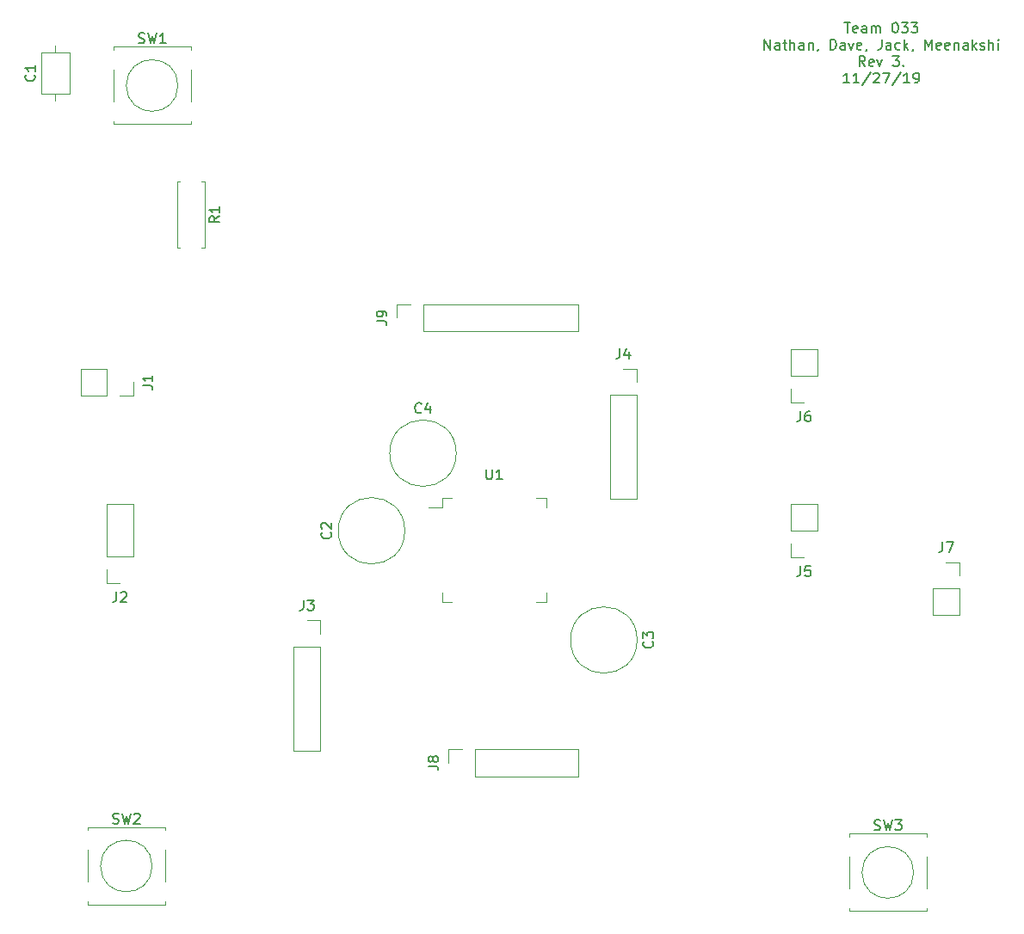
<source format=gto>
G04 #@! TF.GenerationSoftware,KiCad,Pcbnew,5.1.5-52549c5~84~ubuntu18.04.1*
G04 #@! TF.CreationDate,2019-11-27T16:08:13-05:00*
G04 #@! TF.ProjectId,miniPCB,6d696e69-5043-4422-9e6b-696361645f70,rev?*
G04 #@! TF.SameCoordinates,Original*
G04 #@! TF.FileFunction,Legend,Top*
G04 #@! TF.FilePolarity,Positive*
%FSLAX46Y46*%
G04 Gerber Fmt 4.6, Leading zero omitted, Abs format (unit mm)*
G04 Created by KiCad (PCBNEW 5.1.5-52549c5~84~ubuntu18.04.1) date 2019-11-27 16:08:13*
%MOMM*%
%LPD*%
G04 APERTURE LIST*
%ADD10C,0.150000*%
%ADD11C,0.120000*%
G04 APERTURE END LIST*
D10*
X170347142Y-35712380D02*
X170918571Y-35712380D01*
X170632857Y-36712380D02*
X170632857Y-35712380D01*
X171632857Y-36664761D02*
X171537619Y-36712380D01*
X171347142Y-36712380D01*
X171251904Y-36664761D01*
X171204285Y-36569523D01*
X171204285Y-36188571D01*
X171251904Y-36093333D01*
X171347142Y-36045714D01*
X171537619Y-36045714D01*
X171632857Y-36093333D01*
X171680476Y-36188571D01*
X171680476Y-36283809D01*
X171204285Y-36379047D01*
X172537619Y-36712380D02*
X172537619Y-36188571D01*
X172490000Y-36093333D01*
X172394761Y-36045714D01*
X172204285Y-36045714D01*
X172109047Y-36093333D01*
X172537619Y-36664761D02*
X172442380Y-36712380D01*
X172204285Y-36712380D01*
X172109047Y-36664761D01*
X172061428Y-36569523D01*
X172061428Y-36474285D01*
X172109047Y-36379047D01*
X172204285Y-36331428D01*
X172442380Y-36331428D01*
X172537619Y-36283809D01*
X173013809Y-36712380D02*
X173013809Y-36045714D01*
X173013809Y-36140952D02*
X173061428Y-36093333D01*
X173156666Y-36045714D01*
X173299523Y-36045714D01*
X173394761Y-36093333D01*
X173442380Y-36188571D01*
X173442380Y-36712380D01*
X173442380Y-36188571D02*
X173490000Y-36093333D01*
X173585238Y-36045714D01*
X173728095Y-36045714D01*
X173823333Y-36093333D01*
X173870952Y-36188571D01*
X173870952Y-36712380D01*
X175299523Y-35712380D02*
X175394761Y-35712380D01*
X175490000Y-35760000D01*
X175537619Y-35807619D01*
X175585238Y-35902857D01*
X175632857Y-36093333D01*
X175632857Y-36331428D01*
X175585238Y-36521904D01*
X175537619Y-36617142D01*
X175490000Y-36664761D01*
X175394761Y-36712380D01*
X175299523Y-36712380D01*
X175204285Y-36664761D01*
X175156666Y-36617142D01*
X175109047Y-36521904D01*
X175061428Y-36331428D01*
X175061428Y-36093333D01*
X175109047Y-35902857D01*
X175156666Y-35807619D01*
X175204285Y-35760000D01*
X175299523Y-35712380D01*
X175966190Y-35712380D02*
X176585238Y-35712380D01*
X176251904Y-36093333D01*
X176394761Y-36093333D01*
X176490000Y-36140952D01*
X176537619Y-36188571D01*
X176585238Y-36283809D01*
X176585238Y-36521904D01*
X176537619Y-36617142D01*
X176490000Y-36664761D01*
X176394761Y-36712380D01*
X176109047Y-36712380D01*
X176013809Y-36664761D01*
X175966190Y-36617142D01*
X176918571Y-35712380D02*
X177537619Y-35712380D01*
X177204285Y-36093333D01*
X177347142Y-36093333D01*
X177442380Y-36140952D01*
X177490000Y-36188571D01*
X177537619Y-36283809D01*
X177537619Y-36521904D01*
X177490000Y-36617142D01*
X177442380Y-36664761D01*
X177347142Y-36712380D01*
X177061428Y-36712380D01*
X176966190Y-36664761D01*
X176918571Y-36617142D01*
X162490000Y-38362380D02*
X162490000Y-37362380D01*
X163061428Y-38362380D01*
X163061428Y-37362380D01*
X163966190Y-38362380D02*
X163966190Y-37838571D01*
X163918571Y-37743333D01*
X163823333Y-37695714D01*
X163632857Y-37695714D01*
X163537619Y-37743333D01*
X163966190Y-38314761D02*
X163870952Y-38362380D01*
X163632857Y-38362380D01*
X163537619Y-38314761D01*
X163490000Y-38219523D01*
X163490000Y-38124285D01*
X163537619Y-38029047D01*
X163632857Y-37981428D01*
X163870952Y-37981428D01*
X163966190Y-37933809D01*
X164299523Y-37695714D02*
X164680476Y-37695714D01*
X164442380Y-37362380D02*
X164442380Y-38219523D01*
X164490000Y-38314761D01*
X164585238Y-38362380D01*
X164680476Y-38362380D01*
X165013809Y-38362380D02*
X165013809Y-37362380D01*
X165442380Y-38362380D02*
X165442380Y-37838571D01*
X165394761Y-37743333D01*
X165299523Y-37695714D01*
X165156666Y-37695714D01*
X165061428Y-37743333D01*
X165013809Y-37790952D01*
X166347142Y-38362380D02*
X166347142Y-37838571D01*
X166299523Y-37743333D01*
X166204285Y-37695714D01*
X166013809Y-37695714D01*
X165918571Y-37743333D01*
X166347142Y-38314761D02*
X166251904Y-38362380D01*
X166013809Y-38362380D01*
X165918571Y-38314761D01*
X165870952Y-38219523D01*
X165870952Y-38124285D01*
X165918571Y-38029047D01*
X166013809Y-37981428D01*
X166251904Y-37981428D01*
X166347142Y-37933809D01*
X166823333Y-37695714D02*
X166823333Y-38362380D01*
X166823333Y-37790952D02*
X166870952Y-37743333D01*
X166966190Y-37695714D01*
X167109047Y-37695714D01*
X167204285Y-37743333D01*
X167251904Y-37838571D01*
X167251904Y-38362380D01*
X167775714Y-38314761D02*
X167775714Y-38362380D01*
X167728095Y-38457619D01*
X167680476Y-38505238D01*
X168966190Y-38362380D02*
X168966190Y-37362380D01*
X169204285Y-37362380D01*
X169347142Y-37410000D01*
X169442380Y-37505238D01*
X169490000Y-37600476D01*
X169537619Y-37790952D01*
X169537619Y-37933809D01*
X169490000Y-38124285D01*
X169442380Y-38219523D01*
X169347142Y-38314761D01*
X169204285Y-38362380D01*
X168966190Y-38362380D01*
X170394761Y-38362380D02*
X170394761Y-37838571D01*
X170347142Y-37743333D01*
X170251904Y-37695714D01*
X170061428Y-37695714D01*
X169966190Y-37743333D01*
X170394761Y-38314761D02*
X170299523Y-38362380D01*
X170061428Y-38362380D01*
X169966190Y-38314761D01*
X169918571Y-38219523D01*
X169918571Y-38124285D01*
X169966190Y-38029047D01*
X170061428Y-37981428D01*
X170299523Y-37981428D01*
X170394761Y-37933809D01*
X170775714Y-37695714D02*
X171013809Y-38362380D01*
X171251904Y-37695714D01*
X172013809Y-38314761D02*
X171918571Y-38362380D01*
X171728095Y-38362380D01*
X171632857Y-38314761D01*
X171585238Y-38219523D01*
X171585238Y-37838571D01*
X171632857Y-37743333D01*
X171728095Y-37695714D01*
X171918571Y-37695714D01*
X172013809Y-37743333D01*
X172061428Y-37838571D01*
X172061428Y-37933809D01*
X171585238Y-38029047D01*
X172537619Y-38314761D02*
X172537619Y-38362380D01*
X172490000Y-38457619D01*
X172442380Y-38505238D01*
X174013809Y-37362380D02*
X174013809Y-38076666D01*
X173966190Y-38219523D01*
X173870952Y-38314761D01*
X173728095Y-38362380D01*
X173632857Y-38362380D01*
X174918571Y-38362380D02*
X174918571Y-37838571D01*
X174870952Y-37743333D01*
X174775714Y-37695714D01*
X174585238Y-37695714D01*
X174490000Y-37743333D01*
X174918571Y-38314761D02*
X174823333Y-38362380D01*
X174585238Y-38362380D01*
X174490000Y-38314761D01*
X174442380Y-38219523D01*
X174442380Y-38124285D01*
X174490000Y-38029047D01*
X174585238Y-37981428D01*
X174823333Y-37981428D01*
X174918571Y-37933809D01*
X175823333Y-38314761D02*
X175728095Y-38362380D01*
X175537619Y-38362380D01*
X175442380Y-38314761D01*
X175394761Y-38267142D01*
X175347142Y-38171904D01*
X175347142Y-37886190D01*
X175394761Y-37790952D01*
X175442380Y-37743333D01*
X175537619Y-37695714D01*
X175728095Y-37695714D01*
X175823333Y-37743333D01*
X176251904Y-38362380D02*
X176251904Y-37362380D01*
X176347142Y-37981428D02*
X176632857Y-38362380D01*
X176632857Y-37695714D02*
X176251904Y-38076666D01*
X177109047Y-38314761D02*
X177109047Y-38362380D01*
X177061428Y-38457619D01*
X177013809Y-38505238D01*
X178299523Y-38362380D02*
X178299523Y-37362380D01*
X178632857Y-38076666D01*
X178966190Y-37362380D01*
X178966190Y-38362380D01*
X179823333Y-38314761D02*
X179728095Y-38362380D01*
X179537619Y-38362380D01*
X179442380Y-38314761D01*
X179394761Y-38219523D01*
X179394761Y-37838571D01*
X179442380Y-37743333D01*
X179537619Y-37695714D01*
X179728095Y-37695714D01*
X179823333Y-37743333D01*
X179870952Y-37838571D01*
X179870952Y-37933809D01*
X179394761Y-38029047D01*
X180680476Y-38314761D02*
X180585238Y-38362380D01*
X180394761Y-38362380D01*
X180299523Y-38314761D01*
X180251904Y-38219523D01*
X180251904Y-37838571D01*
X180299523Y-37743333D01*
X180394761Y-37695714D01*
X180585238Y-37695714D01*
X180680476Y-37743333D01*
X180728095Y-37838571D01*
X180728095Y-37933809D01*
X180251904Y-38029047D01*
X181156666Y-37695714D02*
X181156666Y-38362380D01*
X181156666Y-37790952D02*
X181204285Y-37743333D01*
X181299523Y-37695714D01*
X181442380Y-37695714D01*
X181537619Y-37743333D01*
X181585238Y-37838571D01*
X181585238Y-38362380D01*
X182490000Y-38362380D02*
X182490000Y-37838571D01*
X182442380Y-37743333D01*
X182347142Y-37695714D01*
X182156666Y-37695714D01*
X182061428Y-37743333D01*
X182490000Y-38314761D02*
X182394761Y-38362380D01*
X182156666Y-38362380D01*
X182061428Y-38314761D01*
X182013809Y-38219523D01*
X182013809Y-38124285D01*
X182061428Y-38029047D01*
X182156666Y-37981428D01*
X182394761Y-37981428D01*
X182490000Y-37933809D01*
X182966190Y-38362380D02*
X182966190Y-37362380D01*
X183061428Y-37981428D02*
X183347142Y-38362380D01*
X183347142Y-37695714D02*
X182966190Y-38076666D01*
X183728095Y-38314761D02*
X183823333Y-38362380D01*
X184013809Y-38362380D01*
X184109047Y-38314761D01*
X184156666Y-38219523D01*
X184156666Y-38171904D01*
X184109047Y-38076666D01*
X184013809Y-38029047D01*
X183870952Y-38029047D01*
X183775714Y-37981428D01*
X183728095Y-37886190D01*
X183728095Y-37838571D01*
X183775714Y-37743333D01*
X183870952Y-37695714D01*
X184013809Y-37695714D01*
X184109047Y-37743333D01*
X184585238Y-38362380D02*
X184585238Y-37362380D01*
X185013809Y-38362380D02*
X185013809Y-37838571D01*
X184966190Y-37743333D01*
X184870952Y-37695714D01*
X184728095Y-37695714D01*
X184632857Y-37743333D01*
X184585238Y-37790952D01*
X185490000Y-38362380D02*
X185490000Y-37695714D01*
X185490000Y-37362380D02*
X185442380Y-37410000D01*
X185490000Y-37457619D01*
X185537619Y-37410000D01*
X185490000Y-37362380D01*
X185490000Y-37457619D01*
X172394761Y-40012380D02*
X172061428Y-39536190D01*
X171823333Y-40012380D02*
X171823333Y-39012380D01*
X172204285Y-39012380D01*
X172299523Y-39060000D01*
X172347142Y-39107619D01*
X172394761Y-39202857D01*
X172394761Y-39345714D01*
X172347142Y-39440952D01*
X172299523Y-39488571D01*
X172204285Y-39536190D01*
X171823333Y-39536190D01*
X173204285Y-39964761D02*
X173109047Y-40012380D01*
X172918571Y-40012380D01*
X172823333Y-39964761D01*
X172775714Y-39869523D01*
X172775714Y-39488571D01*
X172823333Y-39393333D01*
X172918571Y-39345714D01*
X173109047Y-39345714D01*
X173204285Y-39393333D01*
X173251904Y-39488571D01*
X173251904Y-39583809D01*
X172775714Y-39679047D01*
X173585238Y-39345714D02*
X173823333Y-40012380D01*
X174061428Y-39345714D01*
X175109047Y-39012380D02*
X175728095Y-39012380D01*
X175394761Y-39393333D01*
X175537619Y-39393333D01*
X175632857Y-39440952D01*
X175680476Y-39488571D01*
X175728095Y-39583809D01*
X175728095Y-39821904D01*
X175680476Y-39917142D01*
X175632857Y-39964761D01*
X175537619Y-40012380D01*
X175251904Y-40012380D01*
X175156666Y-39964761D01*
X175109047Y-39917142D01*
X176156666Y-39917142D02*
X176204285Y-39964761D01*
X176156666Y-40012380D01*
X176109047Y-39964761D01*
X176156666Y-39917142D01*
X176156666Y-40012380D01*
X170847142Y-41662380D02*
X170275714Y-41662380D01*
X170561428Y-41662380D02*
X170561428Y-40662380D01*
X170466190Y-40805238D01*
X170370952Y-40900476D01*
X170275714Y-40948095D01*
X171799523Y-41662380D02*
X171228095Y-41662380D01*
X171513809Y-41662380D02*
X171513809Y-40662380D01*
X171418571Y-40805238D01*
X171323333Y-40900476D01*
X171228095Y-40948095D01*
X172942380Y-40614761D02*
X172085238Y-41900476D01*
X173228095Y-40757619D02*
X173275714Y-40710000D01*
X173370952Y-40662380D01*
X173609047Y-40662380D01*
X173704285Y-40710000D01*
X173751904Y-40757619D01*
X173799523Y-40852857D01*
X173799523Y-40948095D01*
X173751904Y-41090952D01*
X173180476Y-41662380D01*
X173799523Y-41662380D01*
X174132857Y-40662380D02*
X174799523Y-40662380D01*
X174370952Y-41662380D01*
X175894761Y-40614761D02*
X175037619Y-41900476D01*
X176751904Y-41662380D02*
X176180476Y-41662380D01*
X176466190Y-41662380D02*
X176466190Y-40662380D01*
X176370952Y-40805238D01*
X176275714Y-40900476D01*
X176180476Y-40948095D01*
X177228095Y-41662380D02*
X177418571Y-41662380D01*
X177513809Y-41614761D01*
X177561428Y-41567142D01*
X177656666Y-41424285D01*
X177704285Y-41233809D01*
X177704285Y-40852857D01*
X177656666Y-40757619D01*
X177609047Y-40710000D01*
X177513809Y-40662380D01*
X177323333Y-40662380D01*
X177228095Y-40710000D01*
X177180476Y-40757619D01*
X177132857Y-40852857D01*
X177132857Y-41090952D01*
X177180476Y-41186190D01*
X177228095Y-41233809D01*
X177323333Y-41281428D01*
X177513809Y-41281428D01*
X177609047Y-41233809D01*
X177656666Y-41186190D01*
X177704285Y-41090952D01*
D11*
X130780000Y-83470000D02*
X129440000Y-83470000D01*
X130780000Y-82520000D02*
X130780000Y-83470000D01*
X131730000Y-82520000D02*
X130780000Y-82520000D01*
X141000000Y-82520000D02*
X141000000Y-83470000D01*
X140050000Y-82520000D02*
X141000000Y-82520000D01*
X130780000Y-92740000D02*
X130780000Y-91790000D01*
X131730000Y-92740000D02*
X130780000Y-92740000D01*
X141000000Y-92740000D02*
X141000000Y-91790000D01*
X140050000Y-92740000D02*
X141000000Y-92740000D01*
X177165000Y-119380000D02*
G75*
G03X177165000Y-119380000I-2540000J0D01*
G01*
X170815000Y-122890000D02*
X170815000Y-123190000D01*
X178435000Y-122890000D02*
X178435000Y-123190000D01*
X170815000Y-117810000D02*
X170815000Y-120950000D01*
X178435000Y-117810000D02*
X178435000Y-120950000D01*
X170815000Y-115570000D02*
X170815000Y-115870000D01*
X178435000Y-123190000D02*
X170815000Y-123190000D01*
X178435000Y-115570000D02*
X178435000Y-115870000D01*
X170815000Y-115570000D02*
X178435000Y-115570000D01*
X95885000Y-114935000D02*
X103505000Y-114935000D01*
X103505000Y-114935000D02*
X103505000Y-115235000D01*
X103505000Y-122555000D02*
X95885000Y-122555000D01*
X95885000Y-114935000D02*
X95885000Y-115235000D01*
X103505000Y-117175000D02*
X103505000Y-120315000D01*
X95885000Y-117175000D02*
X95885000Y-120315000D01*
X103505000Y-122255000D02*
X103505000Y-122555000D01*
X95885000Y-122255000D02*
X95885000Y-122555000D01*
X102235000Y-118745000D02*
G75*
G03X102235000Y-118745000I-2540000J0D01*
G01*
X104775000Y-41910000D02*
G75*
G03X104775000Y-41910000I-2540000J0D01*
G01*
X98425000Y-45420000D02*
X98425000Y-45720000D01*
X106045000Y-45420000D02*
X106045000Y-45720000D01*
X98425000Y-40340000D02*
X98425000Y-43480000D01*
X106045000Y-40340000D02*
X106045000Y-43480000D01*
X98425000Y-38100000D02*
X98425000Y-38400000D01*
X106045000Y-45720000D02*
X98425000Y-45720000D01*
X106045000Y-38100000D02*
X106045000Y-38400000D01*
X98425000Y-38100000D02*
X106045000Y-38100000D01*
X104675000Y-57880000D02*
X105005000Y-57880000D01*
X104675000Y-51340000D02*
X104675000Y-57880000D01*
X105005000Y-51340000D02*
X104675000Y-51340000D01*
X107415000Y-57880000D02*
X107085000Y-57880000D01*
X107415000Y-51340000D02*
X107415000Y-57880000D01*
X107085000Y-51340000D02*
X107415000Y-51340000D01*
X126305000Y-64770000D02*
X126305000Y-63440000D01*
X126305000Y-63440000D02*
X127635000Y-63440000D01*
X128905000Y-63440000D02*
X144205000Y-63440000D01*
X144205000Y-66100000D02*
X144205000Y-63440000D01*
X128905000Y-66100000D02*
X144205000Y-66100000D01*
X128905000Y-66100000D02*
X128905000Y-63440000D01*
X131385000Y-108585000D02*
X131385000Y-107255000D01*
X131385000Y-107255000D02*
X132715000Y-107255000D01*
X133985000Y-107255000D02*
X144205000Y-107255000D01*
X144205000Y-109915000D02*
X144205000Y-107255000D01*
X133985000Y-109915000D02*
X144205000Y-109915000D01*
X133985000Y-109915000D02*
X133985000Y-107255000D01*
X180340000Y-88840000D02*
X181670000Y-88840000D01*
X181670000Y-88840000D02*
X181670000Y-90170000D01*
X181670000Y-91440000D02*
X181670000Y-94040000D01*
X179010000Y-94040000D02*
X181670000Y-94040000D01*
X179010000Y-91440000D02*
X179010000Y-94040000D01*
X179010000Y-91440000D02*
X181670000Y-91440000D01*
X167700000Y-70485000D02*
X165040000Y-70485000D01*
X167700000Y-70485000D02*
X167700000Y-67885000D01*
X167700000Y-67885000D02*
X165040000Y-67885000D01*
X165040000Y-70485000D02*
X165040000Y-67885000D01*
X165040000Y-73085000D02*
X165040000Y-71755000D01*
X166370000Y-73085000D02*
X165040000Y-73085000D01*
X166370000Y-88325000D02*
X165040000Y-88325000D01*
X165040000Y-88325000D02*
X165040000Y-86995000D01*
X165040000Y-85725000D02*
X165040000Y-83125000D01*
X167700000Y-83125000D02*
X165040000Y-83125000D01*
X167700000Y-85725000D02*
X167700000Y-83125000D01*
X167700000Y-85725000D02*
X165040000Y-85725000D01*
X148590000Y-69790000D02*
X149920000Y-69790000D01*
X149920000Y-69790000D02*
X149920000Y-71120000D01*
X149920000Y-72390000D02*
X149920000Y-82610000D01*
X147260000Y-82610000D02*
X149920000Y-82610000D01*
X147260000Y-72390000D02*
X147260000Y-82610000D01*
X147260000Y-72390000D02*
X149920000Y-72390000D01*
X117475000Y-94555000D02*
X118805000Y-94555000D01*
X118805000Y-94555000D02*
X118805000Y-95885000D01*
X118805000Y-97155000D02*
X118805000Y-107375000D01*
X116145000Y-107375000D02*
X118805000Y-107375000D01*
X116145000Y-97155000D02*
X116145000Y-107375000D01*
X116145000Y-97155000D02*
X118805000Y-97155000D01*
X99060000Y-90865000D02*
X97730000Y-90865000D01*
X97730000Y-90865000D02*
X97730000Y-89535000D01*
X97730000Y-88265000D02*
X97730000Y-83125000D01*
X100390000Y-83125000D02*
X97730000Y-83125000D01*
X100390000Y-88265000D02*
X100390000Y-83125000D01*
X100390000Y-88265000D02*
X97730000Y-88265000D01*
X100390000Y-71120000D02*
X100390000Y-72450000D01*
X100390000Y-72450000D02*
X99060000Y-72450000D01*
X97790000Y-72450000D02*
X95190000Y-72450000D01*
X95190000Y-69790000D02*
X95190000Y-72450000D01*
X97790000Y-69790000D02*
X95190000Y-69790000D01*
X97790000Y-69790000D02*
X97790000Y-72450000D01*
X132155000Y-78105000D02*
G75*
G03X132155000Y-78105000I-3270000J0D01*
G01*
X149955000Y-96500000D02*
G75*
G03X149955000Y-96500000I-3270000J0D01*
G01*
X127095000Y-85745000D02*
G75*
G03X127095000Y-85745000I-3270000J0D01*
G01*
X92710000Y-37990000D02*
X92710000Y-38680000D01*
X92710000Y-43410000D02*
X92710000Y-42720000D01*
X91290000Y-38680000D02*
X91290000Y-42720000D01*
X94130000Y-38680000D02*
X91290000Y-38680000D01*
X94130000Y-42720000D02*
X94130000Y-38680000D01*
X91290000Y-42720000D02*
X94130000Y-42720000D01*
D10*
X135128095Y-79682380D02*
X135128095Y-80491904D01*
X135175714Y-80587142D01*
X135223333Y-80634761D01*
X135318571Y-80682380D01*
X135509047Y-80682380D01*
X135604285Y-80634761D01*
X135651904Y-80587142D01*
X135699523Y-80491904D01*
X135699523Y-79682380D01*
X136699523Y-80682380D02*
X136128095Y-80682380D01*
X136413809Y-80682380D02*
X136413809Y-79682380D01*
X136318571Y-79825238D01*
X136223333Y-79920476D01*
X136128095Y-79968095D01*
X173291666Y-115164761D02*
X173434523Y-115212380D01*
X173672619Y-115212380D01*
X173767857Y-115164761D01*
X173815476Y-115117142D01*
X173863095Y-115021904D01*
X173863095Y-114926666D01*
X173815476Y-114831428D01*
X173767857Y-114783809D01*
X173672619Y-114736190D01*
X173482142Y-114688571D01*
X173386904Y-114640952D01*
X173339285Y-114593333D01*
X173291666Y-114498095D01*
X173291666Y-114402857D01*
X173339285Y-114307619D01*
X173386904Y-114260000D01*
X173482142Y-114212380D01*
X173720238Y-114212380D01*
X173863095Y-114260000D01*
X174196428Y-114212380D02*
X174434523Y-115212380D01*
X174625000Y-114498095D01*
X174815476Y-115212380D01*
X175053571Y-114212380D01*
X175339285Y-114212380D02*
X175958333Y-114212380D01*
X175625000Y-114593333D01*
X175767857Y-114593333D01*
X175863095Y-114640952D01*
X175910714Y-114688571D01*
X175958333Y-114783809D01*
X175958333Y-115021904D01*
X175910714Y-115117142D01*
X175863095Y-115164761D01*
X175767857Y-115212380D01*
X175482142Y-115212380D01*
X175386904Y-115164761D01*
X175339285Y-115117142D01*
X98361666Y-114529761D02*
X98504523Y-114577380D01*
X98742619Y-114577380D01*
X98837857Y-114529761D01*
X98885476Y-114482142D01*
X98933095Y-114386904D01*
X98933095Y-114291666D01*
X98885476Y-114196428D01*
X98837857Y-114148809D01*
X98742619Y-114101190D01*
X98552142Y-114053571D01*
X98456904Y-114005952D01*
X98409285Y-113958333D01*
X98361666Y-113863095D01*
X98361666Y-113767857D01*
X98409285Y-113672619D01*
X98456904Y-113625000D01*
X98552142Y-113577380D01*
X98790238Y-113577380D01*
X98933095Y-113625000D01*
X99266428Y-113577380D02*
X99504523Y-114577380D01*
X99695000Y-113863095D01*
X99885476Y-114577380D01*
X100123571Y-113577380D01*
X100456904Y-113672619D02*
X100504523Y-113625000D01*
X100599761Y-113577380D01*
X100837857Y-113577380D01*
X100933095Y-113625000D01*
X100980714Y-113672619D01*
X101028333Y-113767857D01*
X101028333Y-113863095D01*
X100980714Y-114005952D01*
X100409285Y-114577380D01*
X101028333Y-114577380D01*
X100901666Y-37694761D02*
X101044523Y-37742380D01*
X101282619Y-37742380D01*
X101377857Y-37694761D01*
X101425476Y-37647142D01*
X101473095Y-37551904D01*
X101473095Y-37456666D01*
X101425476Y-37361428D01*
X101377857Y-37313809D01*
X101282619Y-37266190D01*
X101092142Y-37218571D01*
X100996904Y-37170952D01*
X100949285Y-37123333D01*
X100901666Y-37028095D01*
X100901666Y-36932857D01*
X100949285Y-36837619D01*
X100996904Y-36790000D01*
X101092142Y-36742380D01*
X101330238Y-36742380D01*
X101473095Y-36790000D01*
X101806428Y-36742380D02*
X102044523Y-37742380D01*
X102235000Y-37028095D01*
X102425476Y-37742380D01*
X102663571Y-36742380D01*
X103568333Y-37742380D02*
X102996904Y-37742380D01*
X103282619Y-37742380D02*
X103282619Y-36742380D01*
X103187380Y-36885238D01*
X103092142Y-36980476D01*
X102996904Y-37028095D01*
X108867380Y-54776666D02*
X108391190Y-55110000D01*
X108867380Y-55348095D02*
X107867380Y-55348095D01*
X107867380Y-54967142D01*
X107915000Y-54871904D01*
X107962619Y-54824285D01*
X108057857Y-54776666D01*
X108200714Y-54776666D01*
X108295952Y-54824285D01*
X108343571Y-54871904D01*
X108391190Y-54967142D01*
X108391190Y-55348095D01*
X108867380Y-53824285D02*
X108867380Y-54395714D01*
X108867380Y-54110000D02*
X107867380Y-54110000D01*
X108010238Y-54205238D01*
X108105476Y-54300476D01*
X108153095Y-54395714D01*
X124317380Y-65103333D02*
X125031666Y-65103333D01*
X125174523Y-65150952D01*
X125269761Y-65246190D01*
X125317380Y-65389047D01*
X125317380Y-65484285D01*
X125317380Y-64579523D02*
X125317380Y-64389047D01*
X125269761Y-64293809D01*
X125222142Y-64246190D01*
X125079285Y-64150952D01*
X124888809Y-64103333D01*
X124507857Y-64103333D01*
X124412619Y-64150952D01*
X124365000Y-64198571D01*
X124317380Y-64293809D01*
X124317380Y-64484285D01*
X124365000Y-64579523D01*
X124412619Y-64627142D01*
X124507857Y-64674761D01*
X124745952Y-64674761D01*
X124841190Y-64627142D01*
X124888809Y-64579523D01*
X124936428Y-64484285D01*
X124936428Y-64293809D01*
X124888809Y-64198571D01*
X124841190Y-64150952D01*
X124745952Y-64103333D01*
X129397380Y-108918333D02*
X130111666Y-108918333D01*
X130254523Y-108965952D01*
X130349761Y-109061190D01*
X130397380Y-109204047D01*
X130397380Y-109299285D01*
X129825952Y-108299285D02*
X129778333Y-108394523D01*
X129730714Y-108442142D01*
X129635476Y-108489761D01*
X129587857Y-108489761D01*
X129492619Y-108442142D01*
X129445000Y-108394523D01*
X129397380Y-108299285D01*
X129397380Y-108108809D01*
X129445000Y-108013571D01*
X129492619Y-107965952D01*
X129587857Y-107918333D01*
X129635476Y-107918333D01*
X129730714Y-107965952D01*
X129778333Y-108013571D01*
X129825952Y-108108809D01*
X129825952Y-108299285D01*
X129873571Y-108394523D01*
X129921190Y-108442142D01*
X130016428Y-108489761D01*
X130206904Y-108489761D01*
X130302142Y-108442142D01*
X130349761Y-108394523D01*
X130397380Y-108299285D01*
X130397380Y-108108809D01*
X130349761Y-108013571D01*
X130302142Y-107965952D01*
X130206904Y-107918333D01*
X130016428Y-107918333D01*
X129921190Y-107965952D01*
X129873571Y-108013571D01*
X129825952Y-108108809D01*
X180006666Y-86852380D02*
X180006666Y-87566666D01*
X179959047Y-87709523D01*
X179863809Y-87804761D01*
X179720952Y-87852380D01*
X179625714Y-87852380D01*
X180387619Y-86852380D02*
X181054285Y-86852380D01*
X180625714Y-87852380D01*
X166036666Y-73977380D02*
X166036666Y-74691666D01*
X165989047Y-74834523D01*
X165893809Y-74929761D01*
X165750952Y-74977380D01*
X165655714Y-74977380D01*
X166941428Y-73977380D02*
X166750952Y-73977380D01*
X166655714Y-74025000D01*
X166608095Y-74072619D01*
X166512857Y-74215476D01*
X166465238Y-74405952D01*
X166465238Y-74786904D01*
X166512857Y-74882142D01*
X166560476Y-74929761D01*
X166655714Y-74977380D01*
X166846190Y-74977380D01*
X166941428Y-74929761D01*
X166989047Y-74882142D01*
X167036666Y-74786904D01*
X167036666Y-74548809D01*
X166989047Y-74453571D01*
X166941428Y-74405952D01*
X166846190Y-74358333D01*
X166655714Y-74358333D01*
X166560476Y-74405952D01*
X166512857Y-74453571D01*
X166465238Y-74548809D01*
X166036666Y-89217380D02*
X166036666Y-89931666D01*
X165989047Y-90074523D01*
X165893809Y-90169761D01*
X165750952Y-90217380D01*
X165655714Y-90217380D01*
X166989047Y-89217380D02*
X166512857Y-89217380D01*
X166465238Y-89693571D01*
X166512857Y-89645952D01*
X166608095Y-89598333D01*
X166846190Y-89598333D01*
X166941428Y-89645952D01*
X166989047Y-89693571D01*
X167036666Y-89788809D01*
X167036666Y-90026904D01*
X166989047Y-90122142D01*
X166941428Y-90169761D01*
X166846190Y-90217380D01*
X166608095Y-90217380D01*
X166512857Y-90169761D01*
X166465238Y-90122142D01*
X148256666Y-67802380D02*
X148256666Y-68516666D01*
X148209047Y-68659523D01*
X148113809Y-68754761D01*
X147970952Y-68802380D01*
X147875714Y-68802380D01*
X149161428Y-68135714D02*
X149161428Y-68802380D01*
X148923333Y-67754761D02*
X148685238Y-68469047D01*
X149304285Y-68469047D01*
X117141666Y-92567380D02*
X117141666Y-93281666D01*
X117094047Y-93424523D01*
X116998809Y-93519761D01*
X116855952Y-93567380D01*
X116760714Y-93567380D01*
X117522619Y-92567380D02*
X118141666Y-92567380D01*
X117808333Y-92948333D01*
X117951190Y-92948333D01*
X118046428Y-92995952D01*
X118094047Y-93043571D01*
X118141666Y-93138809D01*
X118141666Y-93376904D01*
X118094047Y-93472142D01*
X118046428Y-93519761D01*
X117951190Y-93567380D01*
X117665476Y-93567380D01*
X117570238Y-93519761D01*
X117522619Y-93472142D01*
X98726666Y-91757380D02*
X98726666Y-92471666D01*
X98679047Y-92614523D01*
X98583809Y-92709761D01*
X98440952Y-92757380D01*
X98345714Y-92757380D01*
X99155238Y-91852619D02*
X99202857Y-91805000D01*
X99298095Y-91757380D01*
X99536190Y-91757380D01*
X99631428Y-91805000D01*
X99679047Y-91852619D01*
X99726666Y-91947857D01*
X99726666Y-92043095D01*
X99679047Y-92185952D01*
X99107619Y-92757380D01*
X99726666Y-92757380D01*
X101282380Y-71453333D02*
X101996666Y-71453333D01*
X102139523Y-71500952D01*
X102234761Y-71596190D01*
X102282380Y-71739047D01*
X102282380Y-71834285D01*
X102282380Y-70453333D02*
X102282380Y-71024761D01*
X102282380Y-70739047D02*
X101282380Y-70739047D01*
X101425238Y-70834285D01*
X101520476Y-70929523D01*
X101568095Y-71024761D01*
X128718333Y-74062142D02*
X128670714Y-74109761D01*
X128527857Y-74157380D01*
X128432619Y-74157380D01*
X128289761Y-74109761D01*
X128194523Y-74014523D01*
X128146904Y-73919285D01*
X128099285Y-73728809D01*
X128099285Y-73585952D01*
X128146904Y-73395476D01*
X128194523Y-73300238D01*
X128289761Y-73205000D01*
X128432619Y-73157380D01*
X128527857Y-73157380D01*
X128670714Y-73205000D01*
X128718333Y-73252619D01*
X129575476Y-73490714D02*
X129575476Y-74157380D01*
X129337380Y-73109761D02*
X129099285Y-73824047D01*
X129718333Y-73824047D01*
X151442142Y-96666666D02*
X151489761Y-96714285D01*
X151537380Y-96857142D01*
X151537380Y-96952380D01*
X151489761Y-97095238D01*
X151394523Y-97190476D01*
X151299285Y-97238095D01*
X151108809Y-97285714D01*
X150965952Y-97285714D01*
X150775476Y-97238095D01*
X150680238Y-97190476D01*
X150585000Y-97095238D01*
X150537380Y-96952380D01*
X150537380Y-96857142D01*
X150585000Y-96714285D01*
X150632619Y-96666666D01*
X150537380Y-96333333D02*
X150537380Y-95714285D01*
X150918333Y-96047619D01*
X150918333Y-95904761D01*
X150965952Y-95809523D01*
X151013571Y-95761904D01*
X151108809Y-95714285D01*
X151346904Y-95714285D01*
X151442142Y-95761904D01*
X151489761Y-95809523D01*
X151537380Y-95904761D01*
X151537380Y-96190476D01*
X151489761Y-96285714D01*
X151442142Y-96333333D01*
X119782142Y-85911666D02*
X119829761Y-85959285D01*
X119877380Y-86102142D01*
X119877380Y-86197380D01*
X119829761Y-86340238D01*
X119734523Y-86435476D01*
X119639285Y-86483095D01*
X119448809Y-86530714D01*
X119305952Y-86530714D01*
X119115476Y-86483095D01*
X119020238Y-86435476D01*
X118925000Y-86340238D01*
X118877380Y-86197380D01*
X118877380Y-86102142D01*
X118925000Y-85959285D01*
X118972619Y-85911666D01*
X118972619Y-85530714D02*
X118925000Y-85483095D01*
X118877380Y-85387857D01*
X118877380Y-85149761D01*
X118925000Y-85054523D01*
X118972619Y-85006904D01*
X119067857Y-84959285D01*
X119163095Y-84959285D01*
X119305952Y-85006904D01*
X119877380Y-85578333D01*
X119877380Y-84959285D01*
X90647142Y-40866666D02*
X90694761Y-40914285D01*
X90742380Y-41057142D01*
X90742380Y-41152380D01*
X90694761Y-41295238D01*
X90599523Y-41390476D01*
X90504285Y-41438095D01*
X90313809Y-41485714D01*
X90170952Y-41485714D01*
X89980476Y-41438095D01*
X89885238Y-41390476D01*
X89790000Y-41295238D01*
X89742380Y-41152380D01*
X89742380Y-41057142D01*
X89790000Y-40914285D01*
X89837619Y-40866666D01*
X90742380Y-39914285D02*
X90742380Y-40485714D01*
X90742380Y-40200000D02*
X89742380Y-40200000D01*
X89885238Y-40295238D01*
X89980476Y-40390476D01*
X90028095Y-40485714D01*
M02*

</source>
